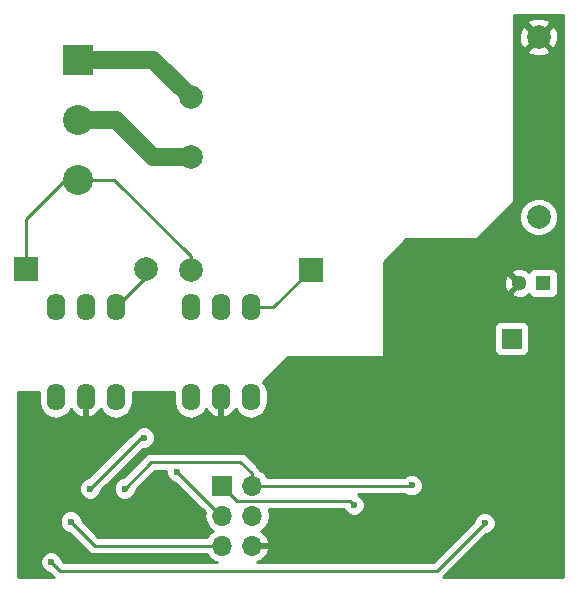
<source format=gbl>
G04 #@! TF.FileFunction,Copper,L2,Bot,Signal*
%FSLAX46Y46*%
G04 Gerber Fmt 4.6, Leading zero omitted, Abs format (unit mm)*
G04 Created by KiCad (PCBNEW 4.0.5-e0-6337~49~ubuntu16.04.1) date Wed Jan 18 08:16:45 2017*
%MOMM*%
%LPD*%
G01*
G04 APERTURE LIST*
%ADD10C,0.100000*%
%ADD11R,1.300000X1.300000*%
%ADD12C,1.300000*%
%ADD13C,1.998980*%
%ADD14R,1.998980X1.998980*%
%ADD15R,2.540000X2.540000*%
%ADD16C,2.540000*%
%ADD17C,2.000000*%
%ADD18O,1.600000X2.300000*%
%ADD19R,1.700000X1.700000*%
%ADD20O,1.700000X1.700000*%
%ADD21C,0.600000*%
%ADD22C,0.250000*%
%ADD23C,1.500000*%
%ADD24C,0.254000*%
G04 APERTURE END LIST*
D10*
D11*
X180975000Y-102743000D03*
D12*
X178975000Y-102743000D03*
D13*
X147320000Y-101597460D03*
D14*
X137160000Y-101597460D03*
D15*
X141605000Y-83820000D03*
D16*
X141605000Y-88900000D03*
X141605000Y-93980000D03*
D13*
X151130000Y-101602540D03*
D14*
X161290000Y-101602540D03*
D17*
X151130000Y-86995000D03*
X151130000Y-92075000D03*
X180594000Y-81915000D03*
X180594000Y-97155000D03*
D18*
X139700000Y-112395000D03*
X142240000Y-112395000D03*
X144780000Y-112395000D03*
X144780000Y-104775000D03*
X142240000Y-104775000D03*
X139700000Y-104775000D03*
X151130000Y-112395000D03*
X153670000Y-112395000D03*
X156210000Y-112395000D03*
X156210000Y-104775000D03*
X153670000Y-104775000D03*
X151130000Y-104775000D03*
D19*
X153797000Y-119888000D03*
D20*
X156337000Y-119888000D03*
X153797000Y-122428000D03*
X156337000Y-122428000D03*
X153797000Y-124968000D03*
X156337000Y-124968000D03*
D19*
X178308000Y-107442000D03*
D21*
X145542000Y-120142000D03*
X169850000Y-119875000D03*
X142621000Y-120142000D03*
X147193000Y-115824000D03*
X164973000Y-121539000D03*
X149987000Y-118745000D03*
X140970000Y-122936000D03*
X176022000Y-123063000D03*
X139319000Y-126365000D03*
D22*
X150241000Y-117856000D02*
X150241000Y-117875000D01*
X150222000Y-117875000D02*
X150241000Y-117856000D01*
X147809000Y-117875000D02*
X150222000Y-117875000D01*
X145542000Y-120142000D02*
X147809000Y-117875000D01*
X156337000Y-119888000D02*
X156337000Y-118862000D01*
X156337000Y-118862000D02*
X155350000Y-117875000D01*
X155350000Y-117875000D02*
X150241000Y-117875000D01*
X169837000Y-119888000D02*
X156337000Y-119888000D01*
X169850000Y-119875000D02*
X169837000Y-119888000D01*
X147320000Y-101597460D02*
X147320000Y-102235000D01*
X147320000Y-102235000D02*
X144780000Y-104775000D01*
X141605000Y-93980000D02*
X144653000Y-93980000D01*
X151130000Y-100457000D02*
X151130000Y-101602540D01*
X144653000Y-93980000D02*
X151130000Y-100457000D01*
X141605000Y-93980000D02*
X140462000Y-93980000D01*
X140462000Y-93980000D02*
X137160000Y-97282000D01*
X137160000Y-97282000D02*
X137160000Y-101597460D01*
X156210000Y-104775000D02*
X158117540Y-104775000D01*
X158117540Y-104775000D02*
X161290000Y-101602540D01*
X146939000Y-115824000D02*
X147193000Y-115824000D01*
X142621000Y-120142000D02*
X146939000Y-115824000D01*
D23*
X141605000Y-83820000D02*
X147955000Y-83820000D01*
X147955000Y-83820000D02*
X151130000Y-86995000D01*
X141605000Y-88900000D02*
X144780000Y-88900000D01*
X147955000Y-92075000D02*
X151130000Y-92075000D01*
X144780000Y-88900000D02*
X147955000Y-92075000D01*
D22*
X155067000Y-121158000D02*
X153797000Y-119888000D01*
X164592000Y-121158000D02*
X155067000Y-121158000D01*
X164973000Y-121539000D02*
X164592000Y-121158000D01*
X153797000Y-122428000D02*
X153670000Y-122428000D01*
X153670000Y-122428000D02*
X149987000Y-118745000D01*
X143002000Y-124968000D02*
X153797000Y-124968000D01*
X140970000Y-122936000D02*
X143002000Y-124968000D01*
X171958000Y-127127000D02*
X176022000Y-123063000D01*
X140081000Y-127127000D02*
X171958000Y-127127000D01*
X139319000Y-126365000D02*
X140081000Y-127127000D01*
D24*
G36*
X182640000Y-127665000D02*
X172494505Y-127665000D01*
X172495401Y-127664401D01*
X176161680Y-123998122D01*
X176207167Y-123998162D01*
X176550943Y-123856117D01*
X176814192Y-123593327D01*
X176956838Y-123249799D01*
X176957162Y-122877833D01*
X176815117Y-122534057D01*
X176552327Y-122270808D01*
X176208799Y-122128162D01*
X175836833Y-122127838D01*
X175493057Y-122269883D01*
X175229808Y-122532673D01*
X175087162Y-122876201D01*
X175087121Y-122923077D01*
X171643198Y-126367000D01*
X156784360Y-126367000D01*
X157218358Y-126163183D01*
X157608645Y-125734924D01*
X157778476Y-125324890D01*
X157657155Y-125095000D01*
X156464000Y-125095000D01*
X156464000Y-125115000D01*
X156210000Y-125115000D01*
X156210000Y-125095000D01*
X156190000Y-125095000D01*
X156190000Y-124841000D01*
X156210000Y-124841000D01*
X156210000Y-124821000D01*
X156464000Y-124821000D01*
X156464000Y-124841000D01*
X157657155Y-124841000D01*
X157778476Y-124611110D01*
X157608645Y-124201076D01*
X157218358Y-123772817D01*
X157075447Y-123705702D01*
X157416147Y-123478054D01*
X157738054Y-122996285D01*
X157851093Y-122428000D01*
X157749648Y-121918000D01*
X164117928Y-121918000D01*
X164179883Y-122067943D01*
X164442673Y-122331192D01*
X164786201Y-122473838D01*
X165158167Y-122474162D01*
X165501943Y-122332117D01*
X165765192Y-122069327D01*
X165907838Y-121725799D01*
X165908162Y-121353833D01*
X165766117Y-121010057D01*
X165503327Y-120746808D01*
X165265372Y-120648000D01*
X169300514Y-120648000D01*
X169319673Y-120667192D01*
X169663201Y-120809838D01*
X170035167Y-120810162D01*
X170378943Y-120668117D01*
X170642192Y-120405327D01*
X170784838Y-120061799D01*
X170785162Y-119689833D01*
X170643117Y-119346057D01*
X170380327Y-119082808D01*
X170036799Y-118940162D01*
X169664833Y-118939838D01*
X169321057Y-119081883D01*
X169274859Y-119128000D01*
X157609954Y-119128000D01*
X157416147Y-118837946D01*
X157042562Y-118588325D01*
X157039148Y-118571161D01*
X156874401Y-118324599D01*
X155887401Y-117337599D01*
X155640839Y-117172852D01*
X155350000Y-117115000D01*
X150336519Y-117115000D01*
X150241000Y-117096000D01*
X150145481Y-117115000D01*
X147809000Y-117115000D01*
X147518161Y-117172852D01*
X147271599Y-117337599D01*
X145402320Y-119206878D01*
X145356833Y-119206838D01*
X145013057Y-119348883D01*
X144749808Y-119611673D01*
X144607162Y-119955201D01*
X144606838Y-120327167D01*
X144748883Y-120670943D01*
X145011673Y-120934192D01*
X145355201Y-121076838D01*
X145727167Y-121077162D01*
X146070943Y-120935117D01*
X146334192Y-120672327D01*
X146476838Y-120328799D01*
X146476879Y-120281923D01*
X148123802Y-118635000D01*
X149052095Y-118635000D01*
X149051838Y-118930167D01*
X149193883Y-119273943D01*
X149456673Y-119537192D01*
X149800201Y-119679838D01*
X149847077Y-119679879D01*
X152334719Y-122167521D01*
X152282907Y-122428000D01*
X152395946Y-122996285D01*
X152717853Y-123478054D01*
X153047026Y-123698000D01*
X152717853Y-123917946D01*
X152524046Y-124208000D01*
X143316802Y-124208000D01*
X141905122Y-122796320D01*
X141905162Y-122750833D01*
X141763117Y-122407057D01*
X141500327Y-122143808D01*
X141156799Y-122001162D01*
X140784833Y-122000838D01*
X140441057Y-122142883D01*
X140177808Y-122405673D01*
X140035162Y-122749201D01*
X140034838Y-123121167D01*
X140176883Y-123464943D01*
X140439673Y-123728192D01*
X140783201Y-123870838D01*
X140830077Y-123870879D01*
X142464599Y-125505401D01*
X142711161Y-125670148D01*
X143002000Y-125728000D01*
X152524046Y-125728000D01*
X152717853Y-126018054D01*
X153199622Y-126339961D01*
X153335556Y-126367000D01*
X140395802Y-126367000D01*
X140254122Y-126225320D01*
X140254162Y-126179833D01*
X140112117Y-125836057D01*
X139849327Y-125572808D01*
X139505799Y-125430162D01*
X139133833Y-125429838D01*
X138790057Y-125571883D01*
X138526808Y-125834673D01*
X138384162Y-126178201D01*
X138383838Y-126550167D01*
X138525883Y-126893943D01*
X138788673Y-127157192D01*
X139132201Y-127299838D01*
X139179077Y-127299879D01*
X139543599Y-127664401D01*
X139544495Y-127665000D01*
X136560000Y-127665000D01*
X136560000Y-120327167D01*
X141685838Y-120327167D01*
X141827883Y-120670943D01*
X142090673Y-120934192D01*
X142434201Y-121076838D01*
X142806167Y-121077162D01*
X143149943Y-120935117D01*
X143413192Y-120672327D01*
X143555838Y-120328799D01*
X143555879Y-120281923D01*
X147078901Y-116758901D01*
X147378167Y-116759162D01*
X147721943Y-116617117D01*
X147985192Y-116354327D01*
X148127838Y-116010799D01*
X148128162Y-115638833D01*
X147986117Y-115295057D01*
X147723327Y-115031808D01*
X147379799Y-114889162D01*
X147007833Y-114888838D01*
X146664057Y-115030883D01*
X146420638Y-115273878D01*
X146401599Y-115286599D01*
X142481320Y-119206878D01*
X142435833Y-119206838D01*
X142092057Y-119348883D01*
X141828808Y-119611673D01*
X141686162Y-119955201D01*
X141685838Y-120327167D01*
X136560000Y-120327167D01*
X136560000Y-112002000D01*
X138266597Y-112002000D01*
X138265000Y-112010030D01*
X138265000Y-112779970D01*
X138374233Y-113329121D01*
X138685302Y-113794668D01*
X139150849Y-114105737D01*
X139700000Y-114214970D01*
X140249151Y-114105737D01*
X140714698Y-113794668D01*
X140967149Y-113416849D01*
X141315104Y-113849500D01*
X141808181Y-114119367D01*
X141890961Y-114136904D01*
X142113000Y-114014915D01*
X142113000Y-112522000D01*
X142093000Y-112522000D01*
X142093000Y-112268000D01*
X142113000Y-112268000D01*
X142113000Y-112248000D01*
X142367000Y-112248000D01*
X142367000Y-112268000D01*
X142387000Y-112268000D01*
X142387000Y-112522000D01*
X142367000Y-112522000D01*
X142367000Y-114014915D01*
X142589039Y-114136904D01*
X142671819Y-114119367D01*
X143164896Y-113849500D01*
X143512851Y-113416849D01*
X143765302Y-113794668D01*
X144230849Y-114105737D01*
X144780000Y-114214970D01*
X145329151Y-114105737D01*
X145794698Y-113794668D01*
X146105767Y-113329121D01*
X146215000Y-112779970D01*
X146215000Y-112010030D01*
X146213403Y-112002000D01*
X149696597Y-112002000D01*
X149695000Y-112010030D01*
X149695000Y-112779970D01*
X149804233Y-113329121D01*
X150115302Y-113794668D01*
X150580849Y-114105737D01*
X151130000Y-114214970D01*
X151679151Y-114105737D01*
X152144698Y-113794668D01*
X152397149Y-113416849D01*
X152745104Y-113849500D01*
X153238181Y-114119367D01*
X153320961Y-114136904D01*
X153543000Y-114014915D01*
X153543000Y-112522000D01*
X153523000Y-112522000D01*
X153523000Y-112268000D01*
X153543000Y-112268000D01*
X153543000Y-112248000D01*
X153797000Y-112248000D01*
X153797000Y-112268000D01*
X153817000Y-112268000D01*
X153817000Y-112522000D01*
X153797000Y-112522000D01*
X153797000Y-114014915D01*
X154019039Y-114136904D01*
X154101819Y-114119367D01*
X154594896Y-113849500D01*
X154942851Y-113416849D01*
X155195302Y-113794668D01*
X155660849Y-114105737D01*
X156210000Y-114214970D01*
X156759151Y-114105737D01*
X157224698Y-113794668D01*
X157535767Y-113329121D01*
X157645000Y-112779970D01*
X157645000Y-112010030D01*
X157535767Y-111460879D01*
X157298629Y-111105977D01*
X159402606Y-109002000D01*
X167350000Y-109002000D01*
X167399410Y-108991994D01*
X167441035Y-108963553D01*
X167468315Y-108921159D01*
X167477000Y-108875000D01*
X167477000Y-106592000D01*
X176810560Y-106592000D01*
X176810560Y-108292000D01*
X176854838Y-108527317D01*
X176993910Y-108743441D01*
X177206110Y-108888431D01*
X177458000Y-108939440D01*
X179158000Y-108939440D01*
X179393317Y-108895162D01*
X179609441Y-108756090D01*
X179754431Y-108543890D01*
X179805440Y-108292000D01*
X179805440Y-106592000D01*
X179761162Y-106356683D01*
X179622090Y-106140559D01*
X179409890Y-105995569D01*
X179158000Y-105944560D01*
X177458000Y-105944560D01*
X177222683Y-105988838D01*
X177006559Y-106127910D01*
X176861569Y-106340110D01*
X176810560Y-106592000D01*
X167477000Y-106592000D01*
X167477000Y-102562078D01*
X177677378Y-102562078D01*
X177706917Y-103072428D01*
X177845389Y-103406729D01*
X178075984Y-103462410D01*
X178795395Y-102743000D01*
X178075984Y-102023590D01*
X177845389Y-102079271D01*
X177677378Y-102562078D01*
X167477000Y-102562078D01*
X167477000Y-101843984D01*
X178255590Y-101843984D01*
X178975000Y-102563395D01*
X178989142Y-102549252D01*
X179168748Y-102728858D01*
X179154605Y-102743000D01*
X179168748Y-102757142D01*
X178989142Y-102936748D01*
X178975000Y-102922605D01*
X178255590Y-103642016D01*
X178311271Y-103872611D01*
X178794078Y-104040622D01*
X179304428Y-104011083D01*
X179638729Y-103872611D01*
X179694410Y-103642018D01*
X179796072Y-103743680D01*
X179860910Y-103844441D01*
X180073110Y-103989431D01*
X180325000Y-104040440D01*
X181625000Y-104040440D01*
X181860317Y-103996162D01*
X182076441Y-103857090D01*
X182221431Y-103644890D01*
X182272440Y-103393000D01*
X182272440Y-102093000D01*
X182228162Y-101857683D01*
X182089090Y-101641559D01*
X181876890Y-101496569D01*
X181625000Y-101445560D01*
X180325000Y-101445560D01*
X180089683Y-101489838D01*
X179873559Y-101628910D01*
X179796063Y-101742329D01*
X179694410Y-101843982D01*
X179638729Y-101613389D01*
X179155922Y-101445378D01*
X178645572Y-101474917D01*
X178311271Y-101613389D01*
X178255590Y-101843984D01*
X167477000Y-101843984D01*
X167477000Y-100927606D01*
X169402606Y-99002000D01*
X175350000Y-99002000D01*
X175399410Y-98991994D01*
X175439803Y-98964803D01*
X176925811Y-97478795D01*
X178958716Y-97478795D01*
X179207106Y-98079943D01*
X179666637Y-98540278D01*
X180267352Y-98789716D01*
X180917795Y-98790284D01*
X181518943Y-98541894D01*
X181979278Y-98082363D01*
X182228716Y-97481648D01*
X182229284Y-96831205D01*
X181980894Y-96230057D01*
X181521363Y-95769722D01*
X180920648Y-95520284D01*
X180270205Y-95519716D01*
X179669057Y-95768106D01*
X179208722Y-96227637D01*
X178959284Y-96828352D01*
X178958716Y-97478795D01*
X176925811Y-97478795D01*
X178439803Y-95964803D01*
X178467666Y-95922789D01*
X178477000Y-95875000D01*
X178477000Y-83067532D01*
X179621073Y-83067532D01*
X179719736Y-83334387D01*
X180329461Y-83560908D01*
X180979460Y-83536856D01*
X181468264Y-83334387D01*
X181566927Y-83067532D01*
X180594000Y-82094605D01*
X179621073Y-83067532D01*
X178477000Y-83067532D01*
X178477000Y-81650461D01*
X178948092Y-81650461D01*
X178972144Y-82300460D01*
X179174613Y-82789264D01*
X179441468Y-82887927D01*
X180414395Y-81915000D01*
X180773605Y-81915000D01*
X181746532Y-82887927D01*
X182013387Y-82789264D01*
X182239908Y-82179539D01*
X182215856Y-81529540D01*
X182013387Y-81040736D01*
X181746532Y-80942073D01*
X180773605Y-81915000D01*
X180414395Y-81915000D01*
X179441468Y-80942073D01*
X179174613Y-81040736D01*
X178948092Y-81650461D01*
X178477000Y-81650461D01*
X178477000Y-80762468D01*
X179621073Y-80762468D01*
X180594000Y-81735395D01*
X181566927Y-80762468D01*
X181468264Y-80495613D01*
X180858539Y-80269092D01*
X180208540Y-80293144D01*
X179719736Y-80495613D01*
X179621073Y-80762468D01*
X178477000Y-80762468D01*
X178477000Y-80085000D01*
X182640000Y-80085000D01*
X182640000Y-127665000D01*
X182640000Y-127665000D01*
G37*
X182640000Y-127665000D02*
X172494505Y-127665000D01*
X172495401Y-127664401D01*
X176161680Y-123998122D01*
X176207167Y-123998162D01*
X176550943Y-123856117D01*
X176814192Y-123593327D01*
X176956838Y-123249799D01*
X176957162Y-122877833D01*
X176815117Y-122534057D01*
X176552327Y-122270808D01*
X176208799Y-122128162D01*
X175836833Y-122127838D01*
X175493057Y-122269883D01*
X175229808Y-122532673D01*
X175087162Y-122876201D01*
X175087121Y-122923077D01*
X171643198Y-126367000D01*
X156784360Y-126367000D01*
X157218358Y-126163183D01*
X157608645Y-125734924D01*
X157778476Y-125324890D01*
X157657155Y-125095000D01*
X156464000Y-125095000D01*
X156464000Y-125115000D01*
X156210000Y-125115000D01*
X156210000Y-125095000D01*
X156190000Y-125095000D01*
X156190000Y-124841000D01*
X156210000Y-124841000D01*
X156210000Y-124821000D01*
X156464000Y-124821000D01*
X156464000Y-124841000D01*
X157657155Y-124841000D01*
X157778476Y-124611110D01*
X157608645Y-124201076D01*
X157218358Y-123772817D01*
X157075447Y-123705702D01*
X157416147Y-123478054D01*
X157738054Y-122996285D01*
X157851093Y-122428000D01*
X157749648Y-121918000D01*
X164117928Y-121918000D01*
X164179883Y-122067943D01*
X164442673Y-122331192D01*
X164786201Y-122473838D01*
X165158167Y-122474162D01*
X165501943Y-122332117D01*
X165765192Y-122069327D01*
X165907838Y-121725799D01*
X165908162Y-121353833D01*
X165766117Y-121010057D01*
X165503327Y-120746808D01*
X165265372Y-120648000D01*
X169300514Y-120648000D01*
X169319673Y-120667192D01*
X169663201Y-120809838D01*
X170035167Y-120810162D01*
X170378943Y-120668117D01*
X170642192Y-120405327D01*
X170784838Y-120061799D01*
X170785162Y-119689833D01*
X170643117Y-119346057D01*
X170380327Y-119082808D01*
X170036799Y-118940162D01*
X169664833Y-118939838D01*
X169321057Y-119081883D01*
X169274859Y-119128000D01*
X157609954Y-119128000D01*
X157416147Y-118837946D01*
X157042562Y-118588325D01*
X157039148Y-118571161D01*
X156874401Y-118324599D01*
X155887401Y-117337599D01*
X155640839Y-117172852D01*
X155350000Y-117115000D01*
X150336519Y-117115000D01*
X150241000Y-117096000D01*
X150145481Y-117115000D01*
X147809000Y-117115000D01*
X147518161Y-117172852D01*
X147271599Y-117337599D01*
X145402320Y-119206878D01*
X145356833Y-119206838D01*
X145013057Y-119348883D01*
X144749808Y-119611673D01*
X144607162Y-119955201D01*
X144606838Y-120327167D01*
X144748883Y-120670943D01*
X145011673Y-120934192D01*
X145355201Y-121076838D01*
X145727167Y-121077162D01*
X146070943Y-120935117D01*
X146334192Y-120672327D01*
X146476838Y-120328799D01*
X146476879Y-120281923D01*
X148123802Y-118635000D01*
X149052095Y-118635000D01*
X149051838Y-118930167D01*
X149193883Y-119273943D01*
X149456673Y-119537192D01*
X149800201Y-119679838D01*
X149847077Y-119679879D01*
X152334719Y-122167521D01*
X152282907Y-122428000D01*
X152395946Y-122996285D01*
X152717853Y-123478054D01*
X153047026Y-123698000D01*
X152717853Y-123917946D01*
X152524046Y-124208000D01*
X143316802Y-124208000D01*
X141905122Y-122796320D01*
X141905162Y-122750833D01*
X141763117Y-122407057D01*
X141500327Y-122143808D01*
X141156799Y-122001162D01*
X140784833Y-122000838D01*
X140441057Y-122142883D01*
X140177808Y-122405673D01*
X140035162Y-122749201D01*
X140034838Y-123121167D01*
X140176883Y-123464943D01*
X140439673Y-123728192D01*
X140783201Y-123870838D01*
X140830077Y-123870879D01*
X142464599Y-125505401D01*
X142711161Y-125670148D01*
X143002000Y-125728000D01*
X152524046Y-125728000D01*
X152717853Y-126018054D01*
X153199622Y-126339961D01*
X153335556Y-126367000D01*
X140395802Y-126367000D01*
X140254122Y-126225320D01*
X140254162Y-126179833D01*
X140112117Y-125836057D01*
X139849327Y-125572808D01*
X139505799Y-125430162D01*
X139133833Y-125429838D01*
X138790057Y-125571883D01*
X138526808Y-125834673D01*
X138384162Y-126178201D01*
X138383838Y-126550167D01*
X138525883Y-126893943D01*
X138788673Y-127157192D01*
X139132201Y-127299838D01*
X139179077Y-127299879D01*
X139543599Y-127664401D01*
X139544495Y-127665000D01*
X136560000Y-127665000D01*
X136560000Y-120327167D01*
X141685838Y-120327167D01*
X141827883Y-120670943D01*
X142090673Y-120934192D01*
X142434201Y-121076838D01*
X142806167Y-121077162D01*
X143149943Y-120935117D01*
X143413192Y-120672327D01*
X143555838Y-120328799D01*
X143555879Y-120281923D01*
X147078901Y-116758901D01*
X147378167Y-116759162D01*
X147721943Y-116617117D01*
X147985192Y-116354327D01*
X148127838Y-116010799D01*
X148128162Y-115638833D01*
X147986117Y-115295057D01*
X147723327Y-115031808D01*
X147379799Y-114889162D01*
X147007833Y-114888838D01*
X146664057Y-115030883D01*
X146420638Y-115273878D01*
X146401599Y-115286599D01*
X142481320Y-119206878D01*
X142435833Y-119206838D01*
X142092057Y-119348883D01*
X141828808Y-119611673D01*
X141686162Y-119955201D01*
X141685838Y-120327167D01*
X136560000Y-120327167D01*
X136560000Y-112002000D01*
X138266597Y-112002000D01*
X138265000Y-112010030D01*
X138265000Y-112779970D01*
X138374233Y-113329121D01*
X138685302Y-113794668D01*
X139150849Y-114105737D01*
X139700000Y-114214970D01*
X140249151Y-114105737D01*
X140714698Y-113794668D01*
X140967149Y-113416849D01*
X141315104Y-113849500D01*
X141808181Y-114119367D01*
X141890961Y-114136904D01*
X142113000Y-114014915D01*
X142113000Y-112522000D01*
X142093000Y-112522000D01*
X142093000Y-112268000D01*
X142113000Y-112268000D01*
X142113000Y-112248000D01*
X142367000Y-112248000D01*
X142367000Y-112268000D01*
X142387000Y-112268000D01*
X142387000Y-112522000D01*
X142367000Y-112522000D01*
X142367000Y-114014915D01*
X142589039Y-114136904D01*
X142671819Y-114119367D01*
X143164896Y-113849500D01*
X143512851Y-113416849D01*
X143765302Y-113794668D01*
X144230849Y-114105737D01*
X144780000Y-114214970D01*
X145329151Y-114105737D01*
X145794698Y-113794668D01*
X146105767Y-113329121D01*
X146215000Y-112779970D01*
X146215000Y-112010030D01*
X146213403Y-112002000D01*
X149696597Y-112002000D01*
X149695000Y-112010030D01*
X149695000Y-112779970D01*
X149804233Y-113329121D01*
X150115302Y-113794668D01*
X150580849Y-114105737D01*
X151130000Y-114214970D01*
X151679151Y-114105737D01*
X152144698Y-113794668D01*
X152397149Y-113416849D01*
X152745104Y-113849500D01*
X153238181Y-114119367D01*
X153320961Y-114136904D01*
X153543000Y-114014915D01*
X153543000Y-112522000D01*
X153523000Y-112522000D01*
X153523000Y-112268000D01*
X153543000Y-112268000D01*
X153543000Y-112248000D01*
X153797000Y-112248000D01*
X153797000Y-112268000D01*
X153817000Y-112268000D01*
X153817000Y-112522000D01*
X153797000Y-112522000D01*
X153797000Y-114014915D01*
X154019039Y-114136904D01*
X154101819Y-114119367D01*
X154594896Y-113849500D01*
X154942851Y-113416849D01*
X155195302Y-113794668D01*
X155660849Y-114105737D01*
X156210000Y-114214970D01*
X156759151Y-114105737D01*
X157224698Y-113794668D01*
X157535767Y-113329121D01*
X157645000Y-112779970D01*
X157645000Y-112010030D01*
X157535767Y-111460879D01*
X157298629Y-111105977D01*
X159402606Y-109002000D01*
X167350000Y-109002000D01*
X167399410Y-108991994D01*
X167441035Y-108963553D01*
X167468315Y-108921159D01*
X167477000Y-108875000D01*
X167477000Y-106592000D01*
X176810560Y-106592000D01*
X176810560Y-108292000D01*
X176854838Y-108527317D01*
X176993910Y-108743441D01*
X177206110Y-108888431D01*
X177458000Y-108939440D01*
X179158000Y-108939440D01*
X179393317Y-108895162D01*
X179609441Y-108756090D01*
X179754431Y-108543890D01*
X179805440Y-108292000D01*
X179805440Y-106592000D01*
X179761162Y-106356683D01*
X179622090Y-106140559D01*
X179409890Y-105995569D01*
X179158000Y-105944560D01*
X177458000Y-105944560D01*
X177222683Y-105988838D01*
X177006559Y-106127910D01*
X176861569Y-106340110D01*
X176810560Y-106592000D01*
X167477000Y-106592000D01*
X167477000Y-102562078D01*
X177677378Y-102562078D01*
X177706917Y-103072428D01*
X177845389Y-103406729D01*
X178075984Y-103462410D01*
X178795395Y-102743000D01*
X178075984Y-102023590D01*
X177845389Y-102079271D01*
X177677378Y-102562078D01*
X167477000Y-102562078D01*
X167477000Y-101843984D01*
X178255590Y-101843984D01*
X178975000Y-102563395D01*
X178989142Y-102549252D01*
X179168748Y-102728858D01*
X179154605Y-102743000D01*
X179168748Y-102757142D01*
X178989142Y-102936748D01*
X178975000Y-102922605D01*
X178255590Y-103642016D01*
X178311271Y-103872611D01*
X178794078Y-104040622D01*
X179304428Y-104011083D01*
X179638729Y-103872611D01*
X179694410Y-103642018D01*
X179796072Y-103743680D01*
X179860910Y-103844441D01*
X180073110Y-103989431D01*
X180325000Y-104040440D01*
X181625000Y-104040440D01*
X181860317Y-103996162D01*
X182076441Y-103857090D01*
X182221431Y-103644890D01*
X182272440Y-103393000D01*
X182272440Y-102093000D01*
X182228162Y-101857683D01*
X182089090Y-101641559D01*
X181876890Y-101496569D01*
X181625000Y-101445560D01*
X180325000Y-101445560D01*
X180089683Y-101489838D01*
X179873559Y-101628910D01*
X179796063Y-101742329D01*
X179694410Y-101843982D01*
X179638729Y-101613389D01*
X179155922Y-101445378D01*
X178645572Y-101474917D01*
X178311271Y-101613389D01*
X178255590Y-101843984D01*
X167477000Y-101843984D01*
X167477000Y-100927606D01*
X169402606Y-99002000D01*
X175350000Y-99002000D01*
X175399410Y-98991994D01*
X175439803Y-98964803D01*
X176925811Y-97478795D01*
X178958716Y-97478795D01*
X179207106Y-98079943D01*
X179666637Y-98540278D01*
X180267352Y-98789716D01*
X180917795Y-98790284D01*
X181518943Y-98541894D01*
X181979278Y-98082363D01*
X182228716Y-97481648D01*
X182229284Y-96831205D01*
X181980894Y-96230057D01*
X181521363Y-95769722D01*
X180920648Y-95520284D01*
X180270205Y-95519716D01*
X179669057Y-95768106D01*
X179208722Y-96227637D01*
X178959284Y-96828352D01*
X178958716Y-97478795D01*
X176925811Y-97478795D01*
X178439803Y-95964803D01*
X178467666Y-95922789D01*
X178477000Y-95875000D01*
X178477000Y-83067532D01*
X179621073Y-83067532D01*
X179719736Y-83334387D01*
X180329461Y-83560908D01*
X180979460Y-83536856D01*
X181468264Y-83334387D01*
X181566927Y-83067532D01*
X180594000Y-82094605D01*
X179621073Y-83067532D01*
X178477000Y-83067532D01*
X178477000Y-81650461D01*
X178948092Y-81650461D01*
X178972144Y-82300460D01*
X179174613Y-82789264D01*
X179441468Y-82887927D01*
X180414395Y-81915000D01*
X180773605Y-81915000D01*
X181746532Y-82887927D01*
X182013387Y-82789264D01*
X182239908Y-82179539D01*
X182215856Y-81529540D01*
X182013387Y-81040736D01*
X181746532Y-80942073D01*
X180773605Y-81915000D01*
X180414395Y-81915000D01*
X179441468Y-80942073D01*
X179174613Y-81040736D01*
X178948092Y-81650461D01*
X178477000Y-81650461D01*
X178477000Y-80762468D01*
X179621073Y-80762468D01*
X180594000Y-81735395D01*
X181566927Y-80762468D01*
X181468264Y-80495613D01*
X180858539Y-80269092D01*
X180208540Y-80293144D01*
X179719736Y-80495613D01*
X179621073Y-80762468D01*
X178477000Y-80762468D01*
X178477000Y-80085000D01*
X182640000Y-80085000D01*
X182640000Y-127665000D01*
M02*

</source>
